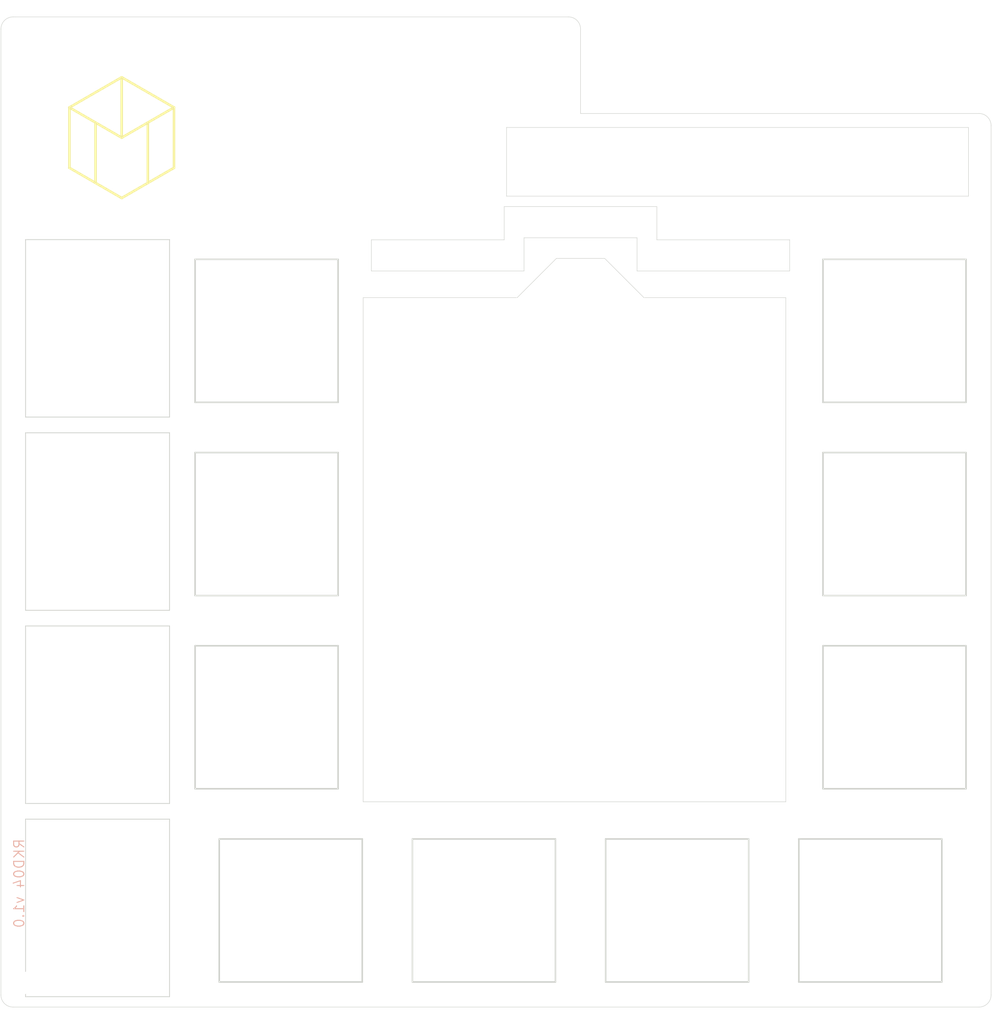
<source format=kicad_pcb>
(kicad_pcb (version 20241229) (generator "pcbnew") (generator_version "9.0")
  (layers (0 "F.Cu" signal) (2 "B.Cu" signal) (13 "F.Paste" user) (15 "B.Paste" user) (5 "F.SilkS" user "F.Silkscreen") (7 "B.SilkS" user "B.Silkscreen") (1 "F.Mask" user) (3 "B.Mask" user) (25 "Edge.Cuts" user))
  (net 0 "")
  (footprint "kbd_SW_Hole:SW_Hole_1u" (layer "F.Cu") (at 130.968648 66.674987)
    (property "Reference" "SW12" (hide yes))
    (property "Value" "SW_Push" (hide yes))
    (fp_line (start -7.05 -7.05) (end 7.05 -7.05) (stroke (width 0.15)) (layer "Edge.Cuts"))
    (fp_line (start -7.05 7.05) (end -7.05 -7.05) (stroke (width 0.15)) (layer "Edge.Cuts"))
    (fp_line (start 7.05 -7.05) (end 7.05 7.05) (stroke (width 0.15)) (layer "Edge.Cuts"))
    (fp_line (start 7.05 7.05) (end -7.05 7.05) (stroke (width 0.15)) (layer "Edge.Cuts"))
  )
  (footprint "kbd_SW_Hole:SW_Hole_1u" (layer "F.Cu") (at 71.4375 104.774937)
    (property "Reference" "SW8" (hide yes))
    (property "Value" "SW_Push" (hide yes))
    (fp_line (start -7.05 -7.05) (end 7.05 -7.05) (stroke (width 0.15)) (layer "Edge.Cuts"))
    (fp_line (start -7.05 7.05) (end -7.05 -7.05) (stroke (width 0.15)) (layer "Edge.Cuts"))
    (fp_line (start 7.05 -7.05) (end 7.05 7.05) (stroke (width 0.15)) (layer "Edge.Cuts"))
    (fp_line (start 7.05 7.05) (end -7.05 7.05) (stroke (width 0.15)) (layer "Edge.Cuts"))
  )
  (footprint "kbd_SW_Hole:SW_Hole_1u" (layer "F.Cu") (at 90.487448 104.774937)
    (property "Reference" "SW9" (hide yes))
    (property "Value" "SW_Push" (hide yes))
    (fp_line (start -7.05 -7.05) (end 7.05 -7.05) (stroke (width 0.15)) (layer "Edge.Cuts"))
    (fp_line (start -7.05 7.05) (end -7.05 -7.05) (stroke (width 0.15)) (layer "Edge.Cuts"))
    (fp_line (start 7.05 -7.05) (end 7.05 7.05) (stroke (width 0.15)) (layer "Edge.Cuts"))
    (fp_line (start 7.05 7.05) (end -7.05 7.05) (stroke (width 0.15)) (layer "Edge.Cuts"))
  )
  (footprint "kbd_SW_Hole:SW_Hole_1u" (layer "F.Cu") (at 69.056098 85.724987)
    (property "Reference" "SW7" (hide yes))
    (property "Value" "SW_Push" (hide yes))
    (fp_line (start -7.05 -7.05) (end 7.05 -7.05) (stroke (width 0.15)) (layer "Edge.Cuts"))
    (fp_line (start -7.05 7.05) (end -7.05 -7.05) (stroke (width 0.15)) (layer "Edge.Cuts"))
    (fp_line (start 7.05 -7.05) (end 7.05 7.05) (stroke (width 0.15)) (layer "Edge.Cuts"))
    (fp_line (start 7.05 7.05) (end -7.05 7.05) (stroke (width 0.15)) (layer "Edge.Cuts"))
  )
  (footprint "Rikkodo_FootPrint:rkd_KeyHall_6wx45_Cinderella" (layer "F.Cu") (at 115.490523 30.956137 180)
    (property "Reference" "LED3" (hide yes))
    (property "Value" "LED_SK6812MINI-E" (hide yes))
    (fp_line (start 22.775 3.3875) (end -22.775 3.3875) (stroke (width 0.05)) (layer "Edge.Cuts"))
    (fp_line (start 22.775 -3.3875) (end 22.775 3.3875) (stroke (width 0.05)) (layer "Edge.Cuts"))
    (fp_line (start 22.775 -3.3875) (end -22.775 -3.3875) (stroke (width 0.05)) (layer "Edge.Cuts"))
    (fp_line (start -22.775 3.3875) (end -22.775 -3.3875) (stroke (width 0.05)) (layer "Edge.Cuts"))
  )
  (footprint "kbd_SW_Hole:SW_Hole_1u" (layer "F.Cu") (at 69.056098 66.674987)
    (property "Reference" "SW6" (hide yes))
    (property "Value" "SW_Push" (hide yes))
    (fp_line (start -7.05 -7.05) (end 7.05 -7.05) (stroke (width 0.15)) (layer "Edge.Cuts"))
    (fp_line (start -7.05 7.05) (end -7.05 -7.05) (stroke (width 0.15)) (layer "Edge.Cuts"))
    (fp_line (start 7.05 -7.05) (end 7.05 7.05) (stroke (width 0.15)) (layer "Edge.Cuts"))
    (fp_line (start 7.05 7.05) (end -7.05 7.05) (stroke (width 0.15)) (layer "Edge.Cuts"))
  )
  (footprint "BrownSugar_KBD:RotaryEncoder_EC11-Hole" (layer "F.Cu") (at 52.387398 104.774987 180)
    (property "Reference" "SW4")
    (property "Value" "RotaryEncoder_Switch")
    (fp_line (start 7.1 9) (end -7.1 9) (stroke (width 0.08)) (layer "Edge.Cuts"))
    (fp_line (start 7.1 -8.5) (end 7.1 9) (stroke (width 0.08)) (layer "Edge.Cuts"))
    (fp_line (start -7.1 9) (end -7.1 -8.5) (stroke (width 0.08)) (layer "Edge.Cuts"))
    (fp_line (start -7.1 -8.5) (end 7.1 -8.5) (stroke (width 0.08)) (layer "Edge.Cuts"))
  )
  (footprint "BrownSugar_KBD:RotaryEncoder_EC11-Hole" (layer "F.Cu") (at 52.387348 66.674987 180)
    (property "Reference" "SW2")
    (property "Value" "RotaryEncoder_Switch")
    (fp_line (start 7.1 9) (end -7.1 9) (stroke (width 0.08)) (layer "Edge.Cuts"))
    (fp_line (start 7.1 -8.5) (end 7.1 9) (stroke (width 0.08)) (layer "Edge.Cuts"))
    (fp_line (start -7.1 9) (end -7.1 -8.5) (stroke (width 0.08)) (layer "Edge.Cuts"))
    (fp_line (start -7.1 -8.5) (end 7.1 -8.5) (stroke (width 0.08)) (layer "Edge.Cuts"))
  )
  (footprint "kbd_SW_Hole:SW_Hole_1u" (layer "F.Cu") (at 109.537448 104.774937)
    (property "Reference" "SW10" (hide yes))
    (property "Value" "SW_Push" (hide yes))
    (fp_line (start -7.05 -7.05) (end 7.05 -7.05) (stroke (width 0.15)) (layer "Edge.Cuts"))
    (fp_line (start -7.05 7.05) (end -7.05 -7.05) (stroke (width 0.15)) (layer "Edge.Cuts"))
    (fp_line (start 7.05 -7.05) (end 7.05 7.05) (stroke (width 0.15)) (layer "Edge.Cuts"))
    (fp_line (start 7.05 7.05) (end -7.05 7.05) (stroke (width 0.15)) (layer "Edge.Cuts"))
  )
  (footprint "kbd_Hole:m2_Screw_Hole" (layer "F.Cu") (at 45.243788 19.050016)
    (property "Reference" "Ref**")
    (property "Value" "Val**")
    (pad "" np_thru_hole circle (at 0 0) (size 2.2 2.2) (drill 2.2) (layers "*.Cu" "*.Mask"))
  )
  (footprint "Rikkodo_FootPrint:rkd_LOGO_2x" (layer "F.Cu") (at 54.76875 28.575)
    (property "Reference" "REF**" (hide yes))
    (property "Value" "rkd_LOGO_2x" (hide yes))
    (fp_line (start -5.155554 -2.97656) (end -5.155554 2.97656) (stroke (width 0.25)) (layer "F.SilkS"))
    (fp_line (start -5.155554 -2.97656) (end 0 0) (stroke (width 0.25)) (layer "F.SilkS"))
    (fp_line (start -5.155554 2.97656) (end 0 5.95312) (stroke (width 0.25)) (layer "F.SilkS"))
    (fp_line (start -2.577777 -1.48828) (end -2.577777 4.46484) (stroke (width 0.25)) (layer "F.SilkS"))
    (fp_line (start 0 -5.95312) (end -5.155554 -2.97656) (stroke (width 0.25)) (layer "F.SilkS"))
    (fp_line (start 0 -5.95312) (end 0 0) (stroke (width 0.25)) (layer "F.SilkS"))
    (fp_line (start 0 -5.95312) (end 5.155554 -2.97656) (stroke (width 0.25)) (layer "F.SilkS"))
    (fp_line (start 0 5.95312) (end 5.155554 2.97656) (stroke (width 0.25)) (layer "F.SilkS"))
    (fp_line (start 2.577777 -1.48828) (end 2.577777 4.46484) (stroke (width 0.25)) (layer "F.SilkS"))
    (fp_line (start 5.155554 -2.97656) (end 0 0) (stroke (width 0.25)) (layer "F.SilkS"))
    (fp_line (start 5.155554 -2.97656) (end 5.155554 2.97656) (stroke (width 0.25)) (layer "F.SilkS"))
  )
  (footprint "kbd_SW_Hole:SW_Hole_1u" (layer "F.Cu") (at 130.968648 47.624987)
    (property "Reference" "SW11" (hide yes))
    (property "Value" "SW_Push" (hide yes))
    (fp_line (start -7.05 -7.05) (end 7.05 -7.05) (stroke (width 0.15)) (layer "Edge.Cuts"))
    (fp_line (start -7.05 7.05) (end -7.05 -7.05) (stroke (width 0.15)) (layer "Edge.Cuts"))
    (fp_line (start 7.05 -7.05) (end 7.05 7.05) (stroke (width 0.15)) (layer "Edge.Cuts"))
    (fp_line (start 7.05 7.05) (end -7.05 7.05) (stroke (width 0.15)) (layer "Edge.Cuts"))
  )
  (footprint "kbd_SW_Hole:SW_Hole_1u" (layer "F.Cu") (at 69.056098 47.624987)
    (property "Reference" "SW5" (hide yes))
    (property "Value" "SW_Push" (hide yes))
    (fp_line (start -7.05 -7.05) (end 7.05 -7.05) (stroke (width 0.15)) (layer "Edge.Cuts"))
    (fp_line (start -7.05 7.05) (end -7.05 -7.05) (stroke (width 0.15)) (layer "Edge.Cuts"))
    (fp_line (start 7.05 -7.05) (end 7.05 7.05) (stroke (width 0.15)) (layer "Edge.Cuts"))
    (fp_line (start 7.05 7.05) (end -7.05 7.05) (stroke (width 0.15)) (layer "Edge.Cuts"))
  )
  (footprint "kbd_SW_Hole:SW_Hole_1u" (layer "F.Cu") (at 128.5875 104.774987)
    (property "Reference" "SW14" (hide yes))
    (property "Value" "SW_Push" (hide yes))
    (fp_line (start -7.05 -7.05) (end 7.05 -7.05) (stroke (width 0.15)) (layer "Edge.Cuts"))
    (fp_line (start -7.05 7.05) (end -7.05 -7.05) (stroke (width 0.15)) (layer "Edge.Cuts"))
    (fp_line (start 7.05 -7.05) (end 7.05 7.05) (stroke (width 0.15)) (layer "Edge.Cuts"))
    (fp_line (start 7.05 7.05) (end -7.05 7.05) (stroke (width 0.15)) (layer "Edge.Cuts"))
  )
  (footprint "BrownSugar_KBD:RotaryEncoder_EC11-Hole" (layer "F.Cu") (at 52.387348 47.624987 180)
    (property "Reference" "SW1")
    (property "Value" "RotaryEncoder_Switch")
    (fp_line (start 7.1 9) (end -7.1 9) (stroke (width 0.08)) (layer "Edge.Cuts"))
    (fp_line (start 7.1 -8.5) (end 7.1 9) (stroke (width 0.08)) (layer "Edge.Cuts"))
    (fp_line (start -7.1 9) (end -7.1 -8.5) (stroke (width 0.08)) (layer "Edge.Cuts"))
    (fp_line (start -7.1 -8.5) (end 7.1 -8.5) (stroke (width 0.08)) (layer "Edge.Cuts"))
  )
  (footprint "kbd_Hole:m2_Screw_Hole" (layer "F.Cu") (at 138.1125 111.91875)
    (property "Reference" "Ref**")
    (property "Value" "Val**")
    (pad "" np_thru_hole circle (at 0 0) (size 2.2 2.2) (drill 2.2) (layers "*.Cu" "*.Mask"))
  )
  (footprint "BrownSugar_KBD:RotaryEncoder_EC11-Hole" (layer "F.Cu") (at 52.387348 85.724987 180)
    (property "Reference" "SW3")
    (property "Value" "RotaryEncoder_Switch")
    (fp_line (start 7.1 9) (end -7.1 9) (stroke (width 0.08)) (layer "Edge.Cuts"))
    (fp_line (start 7.1 -8.5) (end 7.1 9) (stroke (width 0.08)) (layer "Edge.Cuts"))
    (fp_line (start -7.1 9) (end -7.1 -8.5) (stroke (width 0.08)) (layer "Edge.Cuts"))
    (fp_line (start -7.1 -8.5) (end 7.1 -8.5) (stroke (width 0.08)) (layer "Edge.Cuts"))
  )
  (footprint "kbd_SW_Hole:SW_Hole_1u" (layer "F.Cu") (at 130.968648 85.724987)
    (property "Reference" "SW13" (hide yes))
    (property "Value" "SW_Push" (hide yes))
    (fp_line (start -7.05 -7.05) (end 7.05 -7.05) (stroke (width 0.15)) (layer "Edge.Cuts"))
    (fp_line (start -7.05 7.05) (end -7.05 -7.05) (stroke (width 0.15)) (layer "Edge.Cuts"))
    (fp_line (start 7.05 -7.05) (end 7.05 7.05) (stroke (width 0.15)) (layer "Edge.Cuts"))
    (fp_line (start 7.05 7.05) (end -7.05 7.05) (stroke (width 0.15)) (layer "Edge.Cuts"))
  )
  (footprint "kbd_Hole:m2_Screw_Hole" (layer "F.Cu") (at 45.24375 111.91875)
    (property "Reference" "Ref**")
    (property "Value" "Val**")
    (pad "" np_thru_hole circle (at 0 0) (size 2.2 2.2) (drill 2.2) (layers "*.Cu" "*.Mask"))
  )
  (footprint "kbd_Hole:m2_Screw_Hole" (layer "F.Cu") (at 97.63125 19.05)
    (property "Reference" "Ref**")
    (property "Value" "Val**")
    (pad "" np_thru_hole circle (at 0 0) (size 2.2 2.2) (drill 2.2) (layers "*.Cu" "*.Mask"))
  )
  (gr_arc (start 98.821875 16.66875) (mid 99.663774 17.017476) (end 100.0125 17.859375) (stroke (width 0.05)) (layer "Edge.Cuts"))
  (gr_line (start 92.487483 38.64606) (end 79.390608 38.646049) (stroke (width 0.05)) (layer "Edge.Cuts"))
  (gr_line (start 107.537483 35.371891) (end 92.487483 35.371891) (stroke (width 0.05)) (layer "Edge.Cuts"))
  (gr_line (start 42.8625 17.859375) (end 42.8625 113.109375) (stroke (width 0.05)) (layer "Edge.Cuts"))
  (gr_line (start 92.487483 38.64606) (end 92.487483 35.371891) (stroke (width 0.05)) (layer "Edge.Cuts"))
  (gr_line (start 120.634358 38.64606) (end 107.537483 38.64606) (stroke (width 0.05)) (layer "Edge.Cuts"))
  (gr_line (start 105.584358 38.446891) (end 105.584358 41.72106) (stroke (width 0.05)) (layer "Edge.Cuts"))
  (gr_arc (start 42.8625 17.859375) (mid 43.21563 17.013094) (end 44.065541 16.668792) (stroke (width 0.05)) (layer "Edge.Cuts"))
  (gr_line (start 97.63125 40.48125) (end 102.39375 40.48125) (stroke (width 0.05)) (layer "Edge.Cuts"))
  (gr_line (start 140.4938 27.384375) (end 140.49375 113.109375) (stroke (width 0.05)) (layer "Edge.Cuts"))
  (gr_line (start 78.581081 44.350733) (end 93.76164 44.350744) (stroke (width 0.05)) (layer "Edge.Cuts"))
  (gr_line (start 94.440608 38.44688) (end 94.440608 41.721049) (stroke (width 0.05)) (layer "Edge.Cuts"))
  (gr_arc (start 139.30315 26.19375) (mid 140.145098 26.542435) (end 140.4938 27.384375) (stroke (width 0.05)) (layer "Edge.Cuts"))
  (gr_line (start 100.0125 17.859375) (end 100.0125 26.19375) (stroke (width 0.05)) (layer "Edge.Cuts"))
  (gr_arc (start 44.053125 114.3) (mid 43.211226 113.951274) (end 42.8625 113.109375) (stroke (width 0.05)) (layer "Edge.Cuts"))
  (gr_line (start 78.581215 94.059362) (end 120.252954 94.059362) (stroke (width 0.05)) (layer "Edge.Cuts"))
  (gr_arc (start 140.49375 113.109375) (mid 140.145024 113.951274) (end 139.303125 114.3) (stroke (width 0.05)) (layer "Edge.Cuts"))
  (gr_line (start 97.63125 40.48125) (end 93.76164 44.350744) (stroke (width 0.05)) (layer "Edge.Cuts"))
  (gr_line (start 102.39375 40.48125) (end 106.263192 44.350744) (stroke (width 0.05)) (layer "Edge.Cuts"))
  (gr_line (start 120.252954 94.059362) (end 120.252921 44.350733) (stroke (width 0.05)) (layer "Edge.Cuts"))
  (gr_line (start 79.390608 41.721049) (end 94.440608 41.721049) (stroke (width 0.05)) (layer "Edge.Cuts"))
  (gr_line (start 79.390608 38.646049) (end 79.390608 41.721049) (stroke (width 0.05)) (layer "Edge.Cuts"))
  (gr_line (start 105.584358 41.72106) (end 120.634358 41.72106) (stroke (width 0.05)) (layer "Edge.Cuts"))
  (gr_line (start 120.634358 41.72106) (end 120.634358 38.64606) (stroke (width 0.05)) (layer "Edge.Cuts"))
  (gr_line (start 105.584358 38.446891) (end 94.440608 38.44688) (stroke (width 0.05)) (layer "Edge.Cuts"))
  (gr_line (start 98.821875 16.66875) (end 44.06554 16.668865) (stroke (width 0.05)) (layer "Edge.Cuts"))
  (gr_line (start 44.053125 114.3) (end 139.303125 114.3) (stroke (width 0.05)) (layer "Edge.Cuts"))
  (gr_line (start 139.3031 26.19375) (end 100.0125 26.19375) (stroke (width 0.05)) (layer "Edge.Cuts"))
  (gr_line (start 107.537483 38.64606) (end 107.537483 35.371891) (stroke (width 0.05)) (layer "Edge.Cuts"))
  (gr_line (start 106.263192 44.350744) (end 120.252921 44.350733) (stroke (width 0.05)) (layer "Edge.Cuts"))
  (gr_line (start 78.581081 44.350733) (end 78.581215 94.059362) (stroke (width 0.05)) (layer "Edge.Cuts"))
  (gr_text "RKD04 v1.0" (at 45.24375 97.63125 90) (layer "B.SilkS") (effects (font (size 1 1) (thickness 0.1)) (justify left bottom mirror)))
)
</source>
